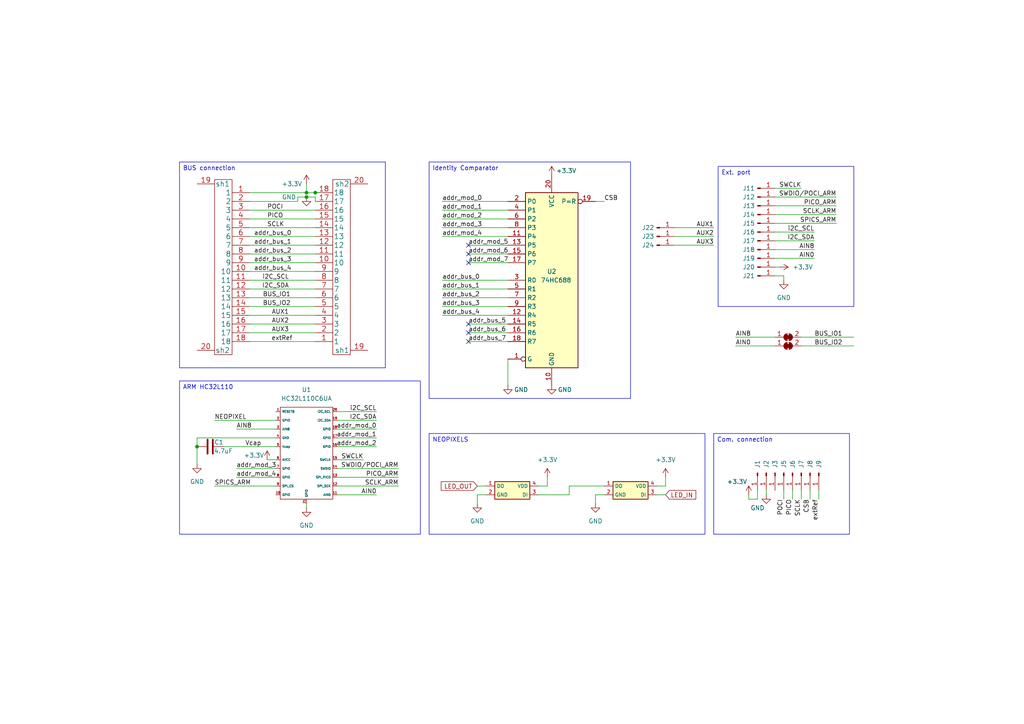
<source format=kicad_sch>
(kicad_sch (version 20230121) (generator eeschema)
  (paper "A4")
  (lib_symbols
    (symbol "74xx:74HC688"
      (property "Reference" "U" (at -7.62 26.67 0))
      (property "Value" "74HC688" (at -7.62 -26.67 0))
      (symbol "74HC688_1_0"
        (pin input inverted (at -12.7 -22.86 0) (length 5.08) (name "G") (number "1"))
        (pin power_in line (at 0 -30.48 90) (length 5.08) (name "GND") (number "10"))
        (pin input line (at -12.7 12.7 0) (length 5.08) (name "P4") (number "11"))
        (pin input line (at -12.7 -10.16 0) (length 5.08) (name "R4") (number "12"))
        (pin input line (at -12.7 10.16 0) (length 5.08) (name "P5") (number "13"))
        (pin input line (at -12.7 -12.7 0) (length 5.08) (name "R5") (number "14"))
        (pin input line (at -12.7 7.62 0) (length 5.08) (name "P6") (number "15"))
        (pin input line (at -12.7 -15.24 0) (length 5.08) (name "R6") (number "16"))
        (pin input line (at -12.7 5.08 0) (length 5.08) (name "P7") (number "17"))
        (pin input line (at -12.7 -17.78 0) (length 5.08) (name "R7") (number "18"))
        (pin output inverted (at 12.7 22.86 180) (length 5.08) (name "P=R") (number "19"))
        (pin input line (at -12.7 22.86 0) (length 5.08) (name "P0") (number "2"))
        (pin power_in line (at 0 30.48 270) (length 5.08) (name "VCC") (number "20"))
        (pin input line (at -12.7 0 0) (length 5.08) (name "R0") (number "3"))
        (pin input line (at -12.7 20.32 0) (length 5.08) (name "P1") (number "4"))
        (pin input line (at -12.7 -2.54 0) (length 5.08) (name "R1") (number "5"))
        (pin input line (at -12.7 17.78 0) (length 5.08) (name "P2") (number "6"))
        (pin input line (at -12.7 -5.08 0) (length 5.08) (name "R2") (number "7"))
        (pin input line (at -12.7 15.24 0) (length 5.08) (name "P3") (number "8"))
        (pin input line (at -12.7 -7.62 0) (length 5.08) (name "R3") (number "9"))
      )
      (symbol "74HC688_1_1"
        (rectangle (start -7.62 25.4) (end 7.62 -25.4) (stroke (width 0.254)) (fill (type background)))
      )
    )
    (symbol "Connector:Conn_01x01_Pin" (pin_names (offset 1.016) hide)
      (property "Reference" "J" (at 0 2.54 0))
      (property "Value" "Conn_01x01_Pin" (at 0 -2.54 0))
      (symbol "Conn_01x01_Pin_1_1"
        (polyline (pts (xy 1.27 0) (xy 0.8636 0)) (stroke (width 0.1524)))
        (rectangle (start 0.8636 0.127) (end 0 -0.127) (stroke (width 0.1524)) (fill (type outline)))
        (pin passive line (at 5.08 0 180) (length 3.81) (name "Pin_1") (number "1"))
      )
    )
    (symbol "Device:C" (pin_numbers hide) (pin_names (offset 0.254))
      (property "Reference" "C" (at 0.635 2.54 0))
      (property "Value" "C" (at 0.635 -2.54 0))
      (symbol "C_0_1"
        (polyline (pts (xy -2.032 -0.762) (xy 2.032 -0.762)) (stroke (width 0.508)))
        (polyline (pts (xy -2.032 0.762) (xy 2.032 0.762)) (stroke (width 0.508)))
      )
      (symbol "C_1_1"
        (pin passive line (at 0 3.81 270) (length 2.794) (name "~") (number "1"))
        (pin passive line (at 0 -3.81 90) (length 2.794) (name "~") (number "2"))
      )
    )
    (symbol "Jumper:SolderJumper_2_Bridged" (pin_names (offset 0) hide)
      (property "Reference" "JP" (at 0 2.032 0))
      (property "Value" "SolderJumper_2_Bridged" (at 0 -2.54 0))
      (symbol "SolderJumper_2_Bridged_0_1"
        (rectangle (start -0.508 0.508) (end 0.508 -0.508) (fill (type outline)))
        (arc (start -0.254 1.016) (mid -1.2656 0) (end -0.254 -1.016))
        (arc (start -0.254 1.016) (mid -1.2656 0) (end -0.254 -1.016) (fill (type outline)))
        (polyline (pts (xy -0.254 1.016) (xy -0.254 -1.016)))
        (polyline (pts (xy 0.254 1.016) (xy 0.254 -1.016)))
        (arc (start 0.254 -1.016) (mid 1.2656 0) (end 0.254 1.016))
        (arc (start 0.254 -1.016) (mid 1.2656 0) (end 0.254 1.016) (fill (type outline)))
      )
      (symbol "SolderJumper_2_Bridged_1_1"
        (pin passive line (at -3.81 0 0) (length 2.54) (name "A") (number "1"))
        (pin passive line (at 3.81 0 180) (length 2.54) (name "B") (number "2"))
      )
    )
    (symbol "XF2J-1824-12A:XF2J-1824-12A" (pin_names (offset 0.254))
      (property "Reference" "J" (at 11.43 -24.13 0))
      (property "Value" "XF2J-1824-12A" (at 20.32 -26.67 0))
      (symbol "XF2J-1824-12A_0_1"
        (rectangle (start 5.08 3.81) (end 10.16 -46.99))
      )
      (symbol "XF2J-1824-12A_1_1"
        (pin unspecified line (at 0 0 0) (length 5.08) (name "1") (number "1"))
        (pin unspecified line (at 0 -22.86 0) (length 5.08) (name "10") (number "10"))
        (pin unspecified line (at 0 -25.4 0) (length 5.08) (name "11") (number "11"))
        (pin unspecified line (at 0 -27.94 0) (length 5.08) (name "12") (number "12"))
        (pin unspecified line (at 0 -30.48 0) (length 5.08) (name "13") (number "13"))
        (pin unspecified line (at 0 -33.02 0) (length 5.08) (name "14") (number "14"))
        (pin unspecified line (at 0 -35.56 0) (length 5.08) (name "15") (number "15"))
        (pin unspecified line (at 0 -38.1 0) (length 5.08) (name "16") (number "16"))
        (pin unspecified line (at 0 -40.64 0) (length 5.08) (name "17") (number "17"))
        (pin unspecified line (at 0 -43.18 0) (length 5.08) (name "18") (number "18"))
        (pin unspecified line (at 15.24 2.54 180) (length 5.08) (name "sh1") (number "19"))
        (pin unspecified line (at 0 -2.54 0) (length 5.08) (name "2") (number "2"))
        (pin unspecified line (at 15.24 -45.72 180) (length 5.08) (name "sh2") (number "20"))
        (pin unspecified line (at 0 -5.08 0) (length 5.08) (name "3") (number "3"))
        (pin unspecified line (at 0 -7.62 0) (length 5.08) (name "4") (number "4"))
        (pin unspecified line (at 0 -10.16 0) (length 5.08) (name "5") (number "5"))
        (pin unspecified line (at 0 -12.7 0) (length 5.08) (name "6") (number "6"))
        (pin unspecified line (at 0 -15.24 0) (length 5.08) (name "7") (number "7"))
        (pin unspecified line (at 0 -17.78 0) (length 5.08) (name "8") (number "8"))
        (pin unspecified line (at 0 -20.32 0) (length 5.08) (name "9") (number "9"))
      )
    )
    (symbol "XHSC:HC32L110C6UA"
      (property "Reference" "U" (at 0 3.81 0))
      (property "Value" "HC32L110C6UA" (at 0 1.27 0))
      (symbol "HC32L110C6UA_0_1"
        (rectangle (start 0 0) (end 15.24 -26.67))
      )
      (symbol "HC32L110C6UA_1_1"
        (pin input line (at -1.27 -1.27 0) (length 1.27) (name "P00") (number "1") (alternate "GPIO" input line) (alternate "RESETB" input line))
        (pin input line (at -1.27 -25.4 0) (length 1.27) (name "P23") (number "10") (alternate "GPIO" input line))
        (pin input line (at 16.51 -25.4 180) (length 1.27) (name "P24") (number "11") (alternate "AIN0" input line) (alternate "GPIO" input line) (alternate "SPI_PICO" input line))
        (pin input line (at 16.51 -22.86 180) (length 1.27) (name "P25") (number "12") (alternate "GPIO" input line) (alternate "I2C_SDA" input line) (alternate "SPI_SCK" input line))
        (pin input line (at 16.51 -20.32 180) (length 1.27) (name "P26") (number "13") (alternate "GPIO" input line) (alternate "I2C_SCL" input line) (alternate "SPI_PICO" input line))
        (pin input line (at 16.51 -17.78 180) (length 1.27) (name "P27") (number "14") (alternate "GPIO" input line) (alternate "SWDIO" input line))
        (pin input line (at 16.51 -15.24 180) (length 1.27) (name "P31") (number "15") (alternate "GPIO" input line) (alternate "SWCLK" input line))
        (pin input line (at 16.51 -11.43 180) (length 1.27) (name "P32") (number "16") (alternate "GPIO" input line))
        (pin input line (at 16.51 -8.89 180) (length 1.27) (name "P33") (number "17") (alternate "GPIO" input line))
        (pin input line (at 16.51 -6.35 180) (length 1.27) (name "P34") (number "18") (alternate "GPIO" input line))
        (pin input line (at 16.51 -3.81 180) (length 1.27) (name "P35") (number "19") (alternate "GPIO" input line) (alternate "I2C_SDA" input line))
        (pin input line (at -1.27 -3.81 0) (length 1.27) (name "P01") (number "2") (alternate "GPIO" input line) (alternate "I2C_SDA" input line) (alternate "SPI_SCK" input line))
        (pin input line (at 16.51 -1.27 180) (length 1.27) (name "P36") (number "20") (alternate "GPIO" input line) (alternate "I2C_SCL" input line) (alternate "SPI_PICO" input line))
        (pin input line (at 7.62 -27.94 90) (length 1.27) (name "EPAD") (number "21") (alternate "GPIO" input line) (alternate "RESETB" input line))
        (pin input line (at -1.27 -6.35 0) (length 1.27) (name "P02") (number "3") (alternate "AIN8" input line) (alternate "GPIO" input line) (alternate "I2C_SCL" input line) (alternate "SPI_CS" input line))
        (pin power_in line (at -1.27 -8.89 0) (length 1.27) (name "AVSS") (number "4") (alternate "GND" power_in line))
        (pin input line (at -1.27 -11.43 0) (length 1.27) (name "Vcap") (number "5"))
        (pin power_in line (at -1.27 -15.24 0) (length 1.27) (name "AVCC") (number "6"))
        (pin input line (at -1.27 -17.78 0) (length 1.27) (name "P03") (number "7") (alternate "GPIO" input line) (alternate "SPI_CS" input line))
        (pin input line (at -1.27 -20.32 0) (length 1.27) (name "P15") (number "8") (alternate "GPIO" input line) (alternate "I2C_SDA" input line) (alternate "SPI_SCK" input line))
        (pin input line (at -1.27 -22.86 0) (length 1.27) (name "P14") (number "9") (alternate "GPIO" input line) (alternate "I2C_SCL" input line) (alternate "SPI_CS" input line))
      )
    )
    (symbol "custom:WS2812-2020"
      (property "Reference" "U" (at 2.54 2.54 0))
      (property "Value" "WS2812-2020" (at 7.62 -5.08 0))
      (symbol "WS2812-2020_0_0"
        (rectangle (start 2.54 1.27) (end 12.7 -3.81) (stroke (width 0.254)) (fill (type background)))
      )
      (symbol "WS2812-2020_1_1"
        (pin input line (at 0 0 0) (length 2.54) (name "DO") (number "1"))
        (pin power_in line (at 0 -2.54 0) (length 2.54) (name "GND") (number "2"))
        (pin output line (at 15.24 -2.54 180) (length 2.54) (name "DI") (number "3"))
        (pin power_in line (at 15.24 0 180) (length 2.54) (name "VDD") (number "4"))
      )
    )
    (symbol "power:+3.3V" (power) (pin_names (offset 0))
      (property "Value" "+3.3V" (at 0 3.556 0))
      (symbol "+3.3V_0_1"
        (polyline (pts (xy -0.762 1.27) (xy 0 2.54)))
        (polyline (pts (xy 0 0) (xy 0 2.54)))
        (polyline (pts (xy 0 2.54) (xy 0.762 1.27)))
      )
      (symbol "+3.3V_1_1"
        (pin power_in line (at 0 0 90) (length 0) hide (name "+3.3V") (number "1"))
      )
    )
    (symbol "power:GND" (power) (pin_names (offset 0))
      (property "Value" "GND" (at 0 -3.81 0))
      (symbol "GND_0_1"
        (polyline (pts (xy 0 0) (xy 0 -1.27) (xy 1.27 -1.27) (xy 0 -2.54) (xy -1.27 -1.27) (xy 0 -1.27)))
      )
      (symbol "GND_1_1"
        (pin power_in line (at 0 0 270) (length 0) hide (name "GND") (number "1"))
      )
    )
  )
  (junction (at 91.44 55.88))
  (junction (at 57.15 129.54))
  (junction (at 88.9 57.15))
  (junction (at 88.9 55.88))
  (no_connect (at 135.89 76.2))
  (no_connect (at 135.89 96.52))
  (no_connect (at 135.89 93.98))
  (no_connect (at 135.89 73.66))
  (no_connect (at 135.89 99.06))
  (no_connect (at 135.89 71.12))
  (wire (pts (xy 72.39 66.04) (xy 91.44 66.04)))
  (wire (pts (xy 88.9 147.32) (xy 88.9 146.05)))
  (wire (pts (xy 109.22 124.46) (xy 97.79 124.46)))
  (wire (pts (xy 190.5 140.97) (xy 193.04 140.97)))
  (wire (pts (xy 224.79 62.23) (xy 242.57 62.23)))
  (wire (pts (xy 91.44 57.15) (xy 91.44 58.42)))
  (wire (pts (xy 135.89 73.66) (xy 147.32 73.66)))
  (wire (pts (xy 193.04 143.51) (xy 190.5 143.51)))
  (wire (pts (xy 97.79 138.43) (xy 115.57 138.43)))
  (wire (pts (xy 97.79 143.51) (xy 109.22 143.51)))
  (wire (pts (xy 224.79 59.69) (xy 242.57 59.69)))
  (wire (pts (xy 109.22 127) (xy 97.79 127)))
  (wire (pts (xy 165.1 140.97) (xy 175.26 140.97)))
  (wire (pts (xy 224.79 72.39) (xy 236.22 72.39)))
  (wire (pts (xy 128.27 86.36) (xy 147.32 86.36)))
  (wire (pts (xy 158.75 140.97) (xy 158.75 138.43)))
  (wire (pts (xy 222.25 142.24) (xy 222.25 143.51)))
  (wire (pts (xy 72.39 60.96) (xy 91.44 60.96)))
  (wire (pts (xy 64.77 129.54) (xy 80.01 129.54)))
  (wire (pts (xy 68.58 138.43) (xy 80.01 138.43)))
  (wire (pts (xy 97.79 133.35) (xy 105.41 133.35)))
  (wire (pts (xy 224.79 74.93) (xy 236.22 74.93)))
  (wire (pts (xy 72.39 78.74) (xy 91.44 78.74)))
  (wire (pts (xy 227.33 80.01) (xy 227.33 81.28)))
  (wire (pts (xy 165.1 143.51) (xy 156.21 143.51)))
  (wire (pts (xy 226.06 77.47) (xy 224.79 77.47)))
  (wire (pts (xy 91.44 55.88) (xy 88.9 55.88)))
  (wire (pts (xy 77.47 133.35) (xy 80.01 133.35)))
  (wire (pts (xy 217.17 144.78) (xy 219.71 144.78)))
  (wire (pts (xy 72.39 86.36) (xy 91.44 86.36)))
  (wire (pts (xy 172.72 143.51) (xy 172.72 146.05)))
  (wire (pts (xy 68.58 135.89) (xy 80.01 135.89)))
  (wire (pts (xy 224.79 69.85) (xy 236.22 69.85)))
  (wire (pts (xy 217.17 143.51) (xy 217.17 144.78)))
  (wire (pts (xy 135.89 93.98) (xy 147.32 93.98)))
  (wire (pts (xy 156.21 140.97) (xy 158.75 140.97)))
  (wire (pts (xy 97.79 135.89) (xy 115.57 135.89)))
  (wire (pts (xy 80.01 124.46) (xy 68.58 124.46)))
  (wire (pts (xy 195.58 66.04) (xy 207.01 66.04)))
  (wire (pts (xy 224.79 57.15) (xy 242.57 57.15)))
  (wire (pts (xy 86.36 57.15) (xy 88.9 57.15)))
  (wire (pts (xy 128.27 66.04) (xy 147.32 66.04)))
  (wire (pts (xy 128.27 58.42) (xy 147.32 58.42)))
  (wire (pts (xy 140.97 143.51) (xy 138.43 143.51)))
  (wire (pts (xy 86.36 58.42) (xy 72.39 58.42)))
  (wire (pts (xy 86.36 57.15) (xy 86.36 58.42)))
  (wire (pts (xy 128.27 81.28) (xy 147.32 81.28)))
  (wire (pts (xy 224.79 67.31) (xy 236.22 67.31)))
  (wire (pts (xy 224.79 97.79) (xy 213.36 97.79)))
  (wire (pts (xy 147.32 111.76) (xy 147.32 104.14)))
  (wire (pts (xy 80.01 121.92) (xy 62.23 121.92)))
  (wire (pts (xy 97.79 119.38) (xy 109.22 119.38)))
  (wire (pts (xy 128.27 88.9) (xy 147.32 88.9)))
  (wire (pts (xy 135.89 71.12) (xy 147.32 71.12)))
  (wire (pts (xy 128.27 68.58) (xy 147.32 68.58)))
  (wire (pts (xy 72.39 63.5) (xy 91.44 63.5)))
  (wire (pts (xy 234.95 142.24) (xy 234.95 144.78)))
  (wire (pts (xy 128.27 83.82) (xy 147.32 83.82)))
  (wire (pts (xy 88.9 53.34) (xy 88.9 55.88)))
  (wire (pts (xy 224.79 100.33) (xy 213.36 100.33)))
  (wire (pts (xy 80.01 127) (xy 57.15 127)))
  (wire (pts (xy 128.27 91.44) (xy 147.32 91.44)))
  (wire (pts (xy 57.15 127) (xy 57.15 129.54)))
  (wire (pts (xy 229.87 142.24) (xy 229.87 144.78)))
  (wire (pts (xy 97.79 140.97) (xy 115.57 140.97)))
  (wire (pts (xy 72.39 96.52) (xy 91.44 96.52)))
  (wire (pts (xy 232.41 142.24) (xy 232.41 144.78)))
  (wire (pts (xy 227.33 142.24) (xy 227.33 144.78)))
  (wire (pts (xy 72.39 99.06) (xy 91.44 99.06)))
  (wire (pts (xy 165.1 143.51) (xy 165.1 140.97)))
  (wire (pts (xy 72.39 93.98) (xy 91.44 93.98)))
  (wire (pts (xy 128.27 60.96) (xy 147.32 60.96)))
  (wire (pts (xy 88.9 57.15) (xy 91.44 57.15)))
  (wire (pts (xy 138.43 143.51) (xy 138.43 146.05)))
  (wire (pts (xy 72.39 76.2) (xy 91.44 76.2)))
  (wire (pts (xy 232.41 97.79) (xy 247.65 97.79)))
  (wire (pts (xy 97.79 121.92) (xy 109.22 121.92)))
  (wire (pts (xy 193.04 140.97) (xy 193.04 138.43)))
  (wire (pts (xy 224.79 64.77) (xy 242.57 64.77)))
  (wire (pts (xy 72.39 91.44) (xy 91.44 91.44)))
  (wire (pts (xy 232.41 100.33) (xy 247.65 100.33)))
  (wire (pts (xy 72.39 71.12) (xy 91.44 71.12)))
  (wire (pts (xy 72.39 88.9) (xy 91.44 88.9)))
  (wire (pts (xy 109.22 129.54) (xy 97.79 129.54)))
  (wire (pts (xy 72.39 73.66) (xy 91.44 73.66)))
  (wire (pts (xy 219.71 142.24) (xy 219.71 144.78)))
  (wire (pts (xy 138.43 140.97) (xy 140.97 140.97)))
  (wire (pts (xy 72.39 81.28) (xy 91.44 81.28)))
  (wire (pts (xy 135.89 76.2) (xy 147.32 76.2)))
  (wire (pts (xy 72.39 68.58) (xy 91.44 68.58)))
  (wire (pts (xy 80.01 140.97) (xy 62.23 140.97)))
  (wire (pts (xy 195.58 71.12) (xy 207.01 71.12)))
  (wire (pts (xy 72.39 83.82) (xy 91.44 83.82)))
  (wire (pts (xy 128.27 63.5) (xy 147.32 63.5)))
  (wire (pts (xy 135.89 96.52) (xy 147.32 96.52)))
  (wire (pts (xy 175.26 143.51) (xy 172.72 143.51)))
  (wire (pts (xy 195.58 68.58) (xy 207.01 68.58)))
  (wire (pts (xy 57.15 129.54) (xy 57.15 134.62)))
  (wire (pts (xy 135.89 99.06) (xy 147.32 99.06)))
  (wire (pts (xy 237.49 142.24) (xy 237.49 144.78)))
  (wire (pts (xy 227.33 80.01) (xy 224.79 80.01)))
  (wire (pts (xy 172.72 58.42) (xy 175.26 58.42)))
  (wire (pts (xy 92.71 55.88) (xy 91.44 55.88)))
  (wire (pts (xy 72.39 55.88) (xy 88.9 55.88)))
  (wire (pts (xy 224.79 54.61) (xy 232.41 54.61)))
  (text_box "ARM HC32L110" (at 52.07 110.49 0) (size 69.85 44.45) (effects (font (size 1.27 1.27)) (justify left top)))
  (text_box "NEOPIXELS" (at 124.46 125.73 0) (size 80.01 29.21) (effects (font (size 1.27 1.27)) (justify left top)))
  (text_box "Identity Comparator" (at 124.46 46.99 0) (size 58.42 68.58) (effects (font (size 1.27 1.27)) (justify left top)))
  (text_box "Com. connection" (at 207.01 125.73 0) (size 39.37 29.21) (effects (font (size 1.27 1.27)) (justify left top)))
  (text_box "BUS connection" (at 52.07 46.99 0) (size 59.69 59.69) (effects (font (size 1.27 1.27)) (justify left top)))
  (text_box "Ext. port" (at 208.28 48.26 0) (size 39.37 40.64) (effects (font (size 1.27 1.27)) (justify left top)))
  (label "CSB" (at 175.26 58.42 0))
  (label "AIN0" (at 213.36 100.33 0))
  (label "AUX3" (at 83.82 96.52 180))
  (label "AIN0" (at 236.22 74.93 180))
  (label "addr_bus_3" (at 73.66 76.2 0))
  (label "SCLK_ARM" (at 242.57 62.23 180))
  (label "SWDIO{slash}POCI_ARM" (at 242.57 57.15 180))
  (label "BUS_IO1" (at 76.2 86.36 0))
  (label "BUS_IO1" (at 236.22 97.79 0))
  (label "POCI" (at 77.47 60.96 0))
  (label "addr_bus_3" (at 128.27 88.9 0))
  (label "i2C_SCL" (at 83.82 81.28 180))
  (label "addr_mod_1" (at 128.27 60.96 0))
  (label "I2C_SDA" (at 109.22 121.92 180))
  (label "addr_bus_1" (at 73.66 71.12 0))
  (label "AIN8" (at 68.58 124.46 0))
  (label "AIN8" (at 236.22 72.39 180))
  (label "SWCLK" (at 232.41 54.61 180))
  (label "SCLK_ARM" (at 115.57 140.97 180))
  (label "PICO" (at 77.47 63.5 0))
  (label "extRef" (at 78.74 99.06 0))
  (label "AUX1" (at 83.82 91.44 180))
  (label "addr_mod_5" (at 135.89 71.12 0))
  (label "addr_bus_0" (at 73.66 68.58 0))
  (label "I2C_SDA" (at 236.22 69.85 180))
  (label "addr_bus_6" (at 135.89 96.52 0))
  (label "addr_bus_1" (at 128.27 83.82 0))
  (label "addr_mod_2" (at 109.22 129.54 180))
  (label "SPICS_ARM" (at 62.23 140.97 0))
  (label "SCLK" (at 232.41 144.78 270))
  (label "I2C_SDA" (at 83.82 83.82 180))
  (label "BUS_IO2" (at 236.22 100.33 0))
  (label "SPICS_ARM" (at 242.57 64.77 180))
  (label "AUX2" (at 83.82 93.98 180))
  (label "addr_mod_7" (at 135.89 76.2 0))
  (label "addr_bus_2" (at 73.66 73.66 0))
  (label "addr_mod_1" (at 109.22 127 180))
  (label "addr_mod_6" (at 135.89 73.66 0))
  (label "addr_bus_4" (at 128.27 91.44 0))
  (label "addr_bus_7" (at 135.89 99.06 0))
  (label "i2C_SCL" (at 236.22 67.31 180))
  (label "addr_bus_2" (at 128.27 86.36 0))
  (label "addr_mod_4" (at 128.27 68.58 0))
  (label "CSB" (at 234.95 144.78 270))
  (label "extRef" (at 237.49 144.78 270))
  (label "AUX1" (at 207.01 66.04 180))
  (label "PICO_ARM" (at 115.57 138.43 180))
  (label "AIN0" (at 109.22 143.51 180))
  (label "PICO" (at 229.87 144.78 270))
  (label "AIN8" (at 213.36 97.79 0))
  (label "PICO_ARM" (at 242.57 59.69 180))
  (label "SWCLK" (at 105.41 133.35 180))
  (label "SCLK" (at 77.47 66.04 0))
  (label "addr_bus_0" (at 128.27 81.28 0))
  (label "i2C_SCL" (at 109.22 119.38 180))
  (label "addr_mod_0" (at 128.27 58.42 0))
  (label "addr_bus_5" (at 135.89 93.98 0))
  (label "Vcap" (at 71.12 129.54 0))
  (label "BUS_IO2" (at 76.2 88.9 0))
  (label "NEOPIXEL" (at 62.23 121.92 0))
  (label "SWDIO{slash}POCI_ARM" (at 115.57 135.89 180))
  (label "addr_bus_4" (at 73.66 78.74 0))
  (label "addr_mod_3" (at 128.27 66.04 0))
  (label "addr_mod_0" (at 109.22 124.46 180))
  (label "addr_mod_3" (at 68.58 135.89 0))
  (label "addr_mod_2" (at 128.27 63.5 0))
  (label "addr_mod_4" (at 68.58 138.43 0))
  (label "POCI" (at 227.33 144.78 270))
  (label "AUX2" (at 207.01 68.58 180))
  (label "AUX3" (at 207.01 71.12 180))
  (global_label "LED_OUT" (shape input) (at 138.43 140.97 180) (property "Intersheetrefs" "${INTERSHEET_REFS}" (effects hide)))
  (global_label "LED_IN" (shape input) (at 193.04 143.51 0) (property "Intersheetrefs" "${INTERSHEET_REFS}" (effects hide)))
  (symbol (lib_id "Connector:Conn_01x01_Pin") (at 219.71 59.69 0) (unit 1)
    (property "Reference" "J13" (at 217.17 59.69 0))
    (property "Value" "Conn_01x01_Pin" (effects hide))
    (property "Footprint" "Connector_PinHeader_1.27mm:PinHeader_1x01_P1.27mm_Vertical" (effects hide))
  )
  (symbol (lib_id "Connector:Conn_01x01_Pin") (at 224.79 137.16 90) (mirror x) (unit 1)
    (property "Reference" "J3" (at 224.79 134.62 0))
    (property "Value" "Conn_01x01_Pin" (effects hide))
    (property "Footprint" "Connector_PinHeader_1.27mm:PinHeader_1x01_P1.27mm_Vertical" (effects hide))
  )
  (symbol (lib_id "power:GND") (at 172.72 146.05 0) (unit 1)
    (property "Reference" "#PWR02" (effects hide))
    (property "Value" "GND" (at 172.72 151.13 0))
  )
  (symbol (lib_id "Connector:Conn_01x01_Pin") (at 219.71 77.47 0) (unit 1)
    (property "Reference" "J20" (at 217.17 77.47 0))
    (property "Value" "Conn_01x01_Pin" (effects hide))
    (property "Footprint" "Connector_PinHeader_1.27mm:PinHeader_1x01_P1.27mm_Vertical" (effects hide))
  )
  (symbol (lib_id "Connector:Conn_01x01_Pin") (at 232.41 137.16 90) (mirror x) (unit 1)
    (property "Reference" "J7" (at 232.41 134.62 0))
    (property "Value" "Conn_01x01_Pin" (effects hide))
    (property "Footprint" "Connector_PinHeader_1.27mm:PinHeader_1x01_P1.27mm_Vertical" (effects hide))
  )
  (symbol (lib_id "74xx:74HC688") (at 160.02 81.28 0) (unit 1)
    (property "Reference" "U2" (at 160.02 78.74 0))
    (property "Value" "74HC688" (at 161.29 81.28 0))
    (property "Footprint" "digikey-footprints:TSSOP-20_W4.4mm" (effects hide))
    (property "Datasheet" "https://www.ti.com/lit/ds/symlink/cd54hc688.pdf" (effects hide))
  )
  (symbol (lib_id "power:GND") (at 147.32 111.76 0) (unit 1)
    (property "Reference" "#PWR011" (effects hide))
    (property "Value" "GND" (at 151.13 113.03 0))
  )
  (symbol (lib_id "Connector:Conn_01x01_Pin") (at 219.71 137.16 90) (mirror x) (unit 1)
    (property "Reference" "J1" (at 219.71 134.62 0))
    (property "Value" "Conn_01x01_Pin" (effects hide))
    (property "Footprint" "Connector_PinHeader_1.27mm:PinHeader_1x01_P1.27mm_Vertical" (effects hide))
  )
  (symbol (lib_id "power:+3.3V") (at 88.9 53.34 0) (unit 1)
    (property "Reference" "#PWR015" (effects hide))
    (property "Value" "+3.3V" (at 87.63 53.34 0) (effects (justify right)))
  )
  (symbol (lib_id "power:+3.3V") (at 217.17 143.51 0) (unit 1)
    (property "Reference" "#PWR08" (effects hide))
    (property "Value" "+3.3V" (at 210.82 139.7 0) (effects (justify left)))
  )
  (symbol (lib_id "Connector:Conn_01x01_Pin") (at 190.5 66.04 0) (unit 1)
    (property "Reference" "J22" (at 187.96 66.04 0))
    (property "Value" "Conn_01x01_Pin" (effects hide))
    (property "Footprint" "Connector_PinHeader_1.27mm:PinHeader_1x01_P1.27mm_Vertical" (effects hide))
  )
  (symbol (lib_id "XHSC:HC32L110C6UA") (at 81.28 118.11 0) (unit 1)
    (property "Reference" "U1" (at 88.9 113.03 0))
    (property "Value" "HC32L110C6UA" (at 88.9 115.57 0))
    (property "Footprint" "00_custom-footprints:QFN-20-1EP_3x3mm_P0.4mm_EP1.4x1.4mm" (effects hide))
    (property "Datasheet" "https://datasheet.lcsc.com/lcsc/2206131716_XHSC-HC32L110B6YA-CSP16TR_C840729.pdf" (effects hide))
    (pin "1" (alternate "RESETB"))
    (pin "10" (alternate "GPIO"))
    (pin "11" (alternate "AIN0"))
    (pin "12" (alternate "SPI_SCK"))
    (pin "13" (alternate "SPI_PICO"))
    (pin "14" (alternate "SWDIO"))
    (pin "15" (alternate "SWCLK"))
    (pin "16" (alternate "GPIO"))
    (pin "17" (alternate "GPIO"))
    (pin "18" (alternate "GPIO"))
    (pin "19" (alternate "I2C_SDA"))
    (pin "2" (alternate "GPIO"))
    (pin "20" (alternate "I2C_SCL"))
    (pin "21" (alternate "GPIO"))
    (pin "3" (alternate "AIN8"))
    (pin "4" (alternate "GND"))
    (pin "7" (alternate "GPIO"))
    (pin "8" (alternate "GPIO"))
    (pin "9" (alternate "SPI_CS"))
  )
  (symbol (lib_id "power:GND") (at 138.43 146.05 0) (unit 1)
    (property "Reference" "#PWR07" (effects hide))
    (property "Value" "GND" (at 138.43 151.13 0))
  )
  (symbol (lib_id "power:GND") (at 222.25 143.51 0) (unit 1)
    (property "Reference" "#PWR09" (effects hide))
    (property "Value" "GND" (at 219.71 147.32 0))
  )
  (symbol (lib_id "Connector:Conn_01x01_Pin") (at 190.5 68.58 0) (unit 1)
    (property "Reference" "J23" (at 187.96 68.58 0))
    (property "Value" "Conn_01x01_Pin" (effects hide))
    (property "Footprint" "Connector_PinHeader_1.27mm:PinHeader_1x01_P1.27mm_Vertical" (effects hide))
  )
  (symbol (lib_id "power:+3.3V") (at 158.75 138.43 0) (unit 1)
    (property "Reference" "#PWR06" (effects hide))
    (property "Value" "+3.3V" (at 158.75 133.35 0))
  )
  (symbol (lib_id "Connector:Conn_01x01_Pin") (at 219.71 69.85 0) (unit 1)
    (property "Reference" "J17" (at 217.17 69.85 0))
    (property "Value" "Conn_01x01_Pin" (effects hide))
    (property "Footprint" "Connector_PinHeader_1.27mm:PinHeader_1x01_P1.27mm_Vertical" (effects hide))
  )
  (symbol (lib_id "Connector:Conn_01x01_Pin") (at 219.71 54.61 0) (unit 1)
    (property "Reference" "J11" (at 217.17 54.61 0))
    (property "Value" "Conn_01x01_Pin" (effects hide))
    (property "Footprint" "Connector_PinHeader_1.27mm:PinHeader_1x01_P1.27mm_Vertical" (effects hide))
  )
  (symbol (lib_id "power:GND") (at 227.33 81.28 0) (unit 1)
    (property "Reference" "#PWR014" (effects hide))
    (property "Value" "GND" (at 227.33 86.36 0))
  )
  (symbol (lib_id "Jumper:SolderJumper_2_Bridged") (at 228.6 100.33 0) (unit 1)
    (property "Reference" "JP2" (effects hide))
    (property "Value" "SolderJumper_2_Bridged" (effects hide))
    (property "Footprint" "Jumper:SolderJumper-2_P1.3mm_Bridged_RoundedPad1.0x1.5mm" (effects hide))
  )
  (symbol (lib_id "Connector:Conn_01x01_Pin") (at 219.71 64.77 0) (unit 1)
    (property "Reference" "J15" (at 217.17 64.77 0))
    (property "Value" "Conn_01x01_Pin" (effects hide))
    (property "Footprint" "Connector_PinHeader_1.27mm:PinHeader_1x01_P1.27mm_Vertical" (effects hide))
  )
  (symbol (lib_id "Connector:Conn_01x01_Pin") (at 222.25 137.16 90) (mirror x) (unit 1)
    (property "Reference" "J2" (at 222.25 134.62 0))
    (property "Value" "Conn_01x01_Pin" (effects hide))
    (property "Footprint" "Connector_PinHeader_1.27mm:PinHeader_1x01_P1.27mm_Vertical" (effects hide))
  )
  (symbol (lib_id "Device:C") (at 60.96 129.54 90) (unit 1)
    (property "Reference" "C1" (at 63.5 128.27 90))
    (property "Value" "4.7uF" (at 64.77 130.81 90))
    (property "Footprint" "Capacitor_SMD:C_0402_1005Metric" (effects hide))
  )
  (symbol (lib_id "power:GND") (at 88.9 147.32 0) (unit 1)
    (property "Reference" "#PWR05" (effects hide))
    (property "Value" "GND" (at 88.9 152.4 0))
  )
  (symbol (lib_id "Connector:Conn_01x01_Pin") (at 219.71 80.01 0) (unit 1)
    (property "Reference" "J21" (at 217.17 80.01 0))
    (property "Value" "Conn_01x01_Pin" (effects hide))
    (property "Footprint" "Connector_PinHeader_1.27mm:PinHeader_1x01_P1.27mm_Vertical" (effects hide))
  )
  (symbol (lib_id "Jumper:SolderJumper_2_Bridged") (at 228.6 97.79 0) (unit 1)
    (property "Reference" "JP1" (effects hide))
    (property "Value" "SolderJumper_2_Bridged" (effects hide))
    (property "Footprint" "Jumper:SolderJumper-2_P1.3mm_Bridged_RoundedPad1.0x1.5mm" (effects hide))
  )
  (symbol (lib_id "Connector:Conn_01x01_Pin") (at 219.71 67.31 0) (unit 1)
    (property "Reference" "J16" (at 217.17 67.31 0))
    (property "Value" "Conn_01x01_Pin" (effects hide))
    (property "Footprint" "Connector_PinHeader_1.27mm:PinHeader_1x01_P1.27mm_Vertical" (effects hide))
  )
  (symbol (lib_id "Connector:Conn_01x01_Pin") (at 229.87 137.16 90) (mirror x) (unit 1)
    (property "Reference" "J6" (at 229.87 134.62 0))
    (property "Value" "Conn_01x01_Pin" (effects hide))
    (property "Footprint" "Connector_PinHeader_1.27mm:PinHeader_1x01_P1.27mm_Vertical" (effects hide))
  )
  (symbol (lib_id "Connector:Conn_01x01_Pin") (at 219.71 57.15 0) (unit 1)
    (property "Reference" "J12" (at 217.17 57.15 0))
    (property "Value" "Conn_01x01_Pin" (effects hide))
    (property "Footprint" "Connector_PinHeader_1.27mm:PinHeader_1x01_P1.27mm_Vertical" (effects hide))
  )
  (symbol (lib_id "Connector:Conn_01x01_Pin") (at 219.71 62.23 0) (unit 1)
    (property "Reference" "J14" (at 217.17 62.23 0))
    (property "Value" "Conn_01x01_Pin" (effects hide))
    (property "Footprint" "Connector_PinHeader_1.27mm:PinHeader_1x01_P1.27mm_Vertical" (effects hide))
  )
  (symbol (lib_id "Connector:Conn_01x01_Pin") (at 190.5 71.12 0) (unit 1)
    (property "Reference" "J24" (at 187.96 71.12 0))
    (property "Value" "Conn_01x01_Pin" (effects hide))
    (property "Footprint" "Connector_PinHeader_1.27mm:PinHeader_1x01_P1.27mm_Vertical" (effects hide))
  )
  (symbol (lib_id "Connector:Conn_01x01_Pin") (at 219.71 72.39 0) (unit 1)
    (property "Reference" "J18" (at 217.17 72.39 0))
    (property "Value" "Conn_01x01_Pin" (effects hide))
    (property "Footprint" "Connector_PinHeader_1.27mm:PinHeader_1x01_P1.27mm_Vertical" (effects hide))
  )
  (symbol (lib_id "Connector:Conn_01x01_Pin") (at 237.49 137.16 90) (mirror x) (unit 1)
    (property "Reference" "J9" (at 237.49 134.62 0))
    (property "Value" "Conn_01x01_Pin" (effects hide))
    (property "Footprint" "Connector_PinHeader_1.27mm:PinHeader_1x01_P1.27mm_Vertical" (effects hide))
  )
  (symbol (lib_id "power:GND") (at 88.9 57.15 0) (unit 1)
    (property "Reference" "#PWR016" (effects hide))
    (property "Value" "GND" (at 83.82 57.15 0))
  )
  (symbol (lib_id "Connector:Conn_01x01_Pin") (at 234.95 137.16 90) (mirror x) (unit 1)
    (property "Reference" "J8" (at 234.95 134.62 0))
    (property "Value" "Conn_01x01_Pin" (effects hide))
    (property "Footprint" "Connector_PinHeader_1.27mm:PinHeader_1x01_P1.27mm_Vertical" (effects hide))
  )
  (symbol (lib_id "custom:WS2812-2020") (at 140.97 140.97 0) (unit 1)
    (property "Reference" "LED2" (effects hide))
    (property "Value" "WS2812-2020" (effects hide))
    (property "Footprint" "00_custom-footprints:WS2812-2020" (effects hide))
  )
  (symbol (lib_id "Connector:Conn_01x01_Pin") (at 227.33 137.16 90) (mirror x) (unit 1)
    (property "Reference" "J5" (at 227.33 134.62 0))
    (property "Value" "Conn_01x01_Pin" (effects hide))
    (property "Footprint" "Connector_PinHeader_1.27mm:PinHeader_1x01_P1.27mm_Vertical" (effects hide))
  )
  (symbol (lib_id "Connector:Conn_01x01_Pin") (at 219.71 74.93 0) (unit 1)
    (property "Reference" "J19" (at 217.17 74.93 0))
    (property "Value" "Conn_01x01_Pin" (effects hide))
    (property "Footprint" "Connector_PinHeader_1.27mm:PinHeader_1x01_P1.27mm_Vertical" (effects hide))
  )
  (symbol (lib_id "power:+3.3V") (at 77.47 133.35 0) (unit 1)
    (property "Reference" "#PWR03" (effects hide))
    (property "Value" "+3.3V" (at 73.66 132.08 0))
  )
  (symbol (lib_id "power:+3.3V") (at 160.02 50.8 0) (unit 1)
    (property "Reference" "#PWR012" (effects hide))
    (property "Value" "+3.3V" (at 161.29 49.53 0) (effects (justify left)))
  )
  (symbol (lib_id "XF2J-1824-12A:XF2J-1824-12A") (at 91.44 99.06 0) (mirror x) (unit 1)
    (property "Reference" "J10" (effects hide))
    (property "Value" "XF2J-1824-12A" (effects hide))
    (property "Footprint" "00_custom-footprints:XUNPU_FPC_05F_18P_H20" (effects hide))
    (property "Field4" "IN" (effects hide))
  )
  (symbol (lib_id "power:+3.3V") (at 193.04 138.43 0) (unit 1)
    (property "Reference" "#PWR01" (effects hide))
    (property "Value" "+3.3V" (at 193.04 133.35 0))
  )
  (symbol (lib_id "custom:WS2812-2020") (at 175.26 140.97 0) (unit 1)
    (property "Reference" "LED1" (effects hide))
    (property "Value" "WS2812-2020" (effects hide))
    (property "Footprint" "00_custom-footprints:WS2812-2020" (effects hide))
  )
  (symbol (lib_id "XF2J-1824-12A:XF2J-1824-12A") (at 72.39 55.88 0) (mirror y) (unit 1)
    (property "Reference" "J4" (effects hide))
    (property "Value" "XF2J-1824-12A" (effects hide))
    (property "Footprint" "00_custom-footprints:XUNPU_FPC_05F_18P_H20" (effects hide))
    (property "Field4" "IN" (effects hide))
  )
  (symbol (lib_id "power:+3.3V") (at 226.06 77.47 270) (unit 1)
    (property "Reference" "#PWR013" (effects hide))
    (property "Value" "+3.3V" (at 229.87 77.47 90) (effects (justify left)))
  )
  (symbol (lib_id "power:GND") (at 57.15 134.62 0) (unit 1)
    (property "Reference" "#PWR04" (effects hide))
    (property "Value" "GND" (at 57.15 139.7 0))
  )
  (symbol (lib_id "power:GND") (at 160.02 111.76 0) (unit 1)
    (property "Reference" "#PWR010" (effects hide))
    (property "Value" "GND" (at 163.83 113.03 0))
  )
)
</source>
